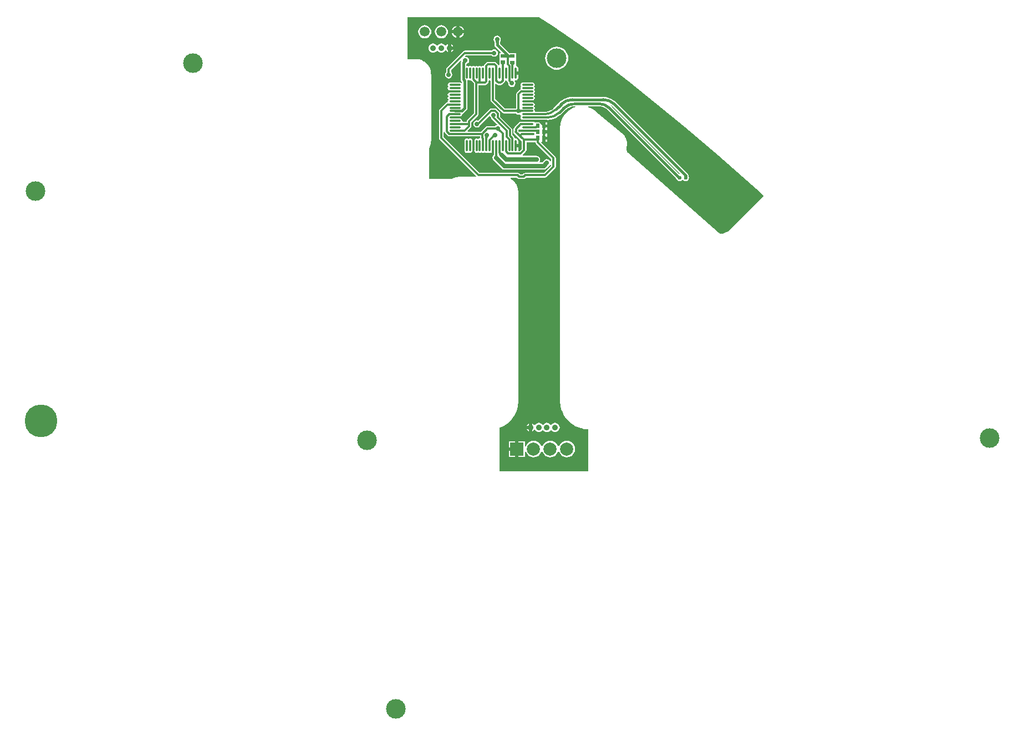
<source format=gtl>
G04*
G04 #@! TF.GenerationSoftware,Altium Limited,Altium Designer,18.1.7 (191)*
G04*
G04 Layer_Physical_Order=1*
G04 Layer_Color=255*
%FSLAX42Y42*%
%MOMM*%
G71*
G01*
G75*
%ADD28C,0.40*%
%ADD29C,0.30*%
%ADD30O,1.80X0.30*%
%ADD31O,0.30X1.80*%
%ADD32R,0.65X0.50*%
%ADD33R,0.50X0.65*%
%ADD34C,0.70*%
%ADD35C,3.00*%
%ADD36C,5.00*%
%ADD37C,2.00*%
%ADD38R,2.00X2.00*%
%ADD39C,1.50*%
%ADD40C,0.90*%
%ADD41C,0.60*%
%ADD42C,0.70*%
%ADD43C,0.40*%
G36*
X7994Y10706D02*
X7993Y10705D01*
X7992Y10703D01*
X7992Y10701D01*
X7991Y10699D01*
X7991Y10696D01*
X7990Y10690D01*
X7990Y10683D01*
X7950D01*
X7950Y10687D01*
X7949Y10696D01*
X7949Y10699D01*
X7948Y10701D01*
X7948Y10703D01*
X7947Y10705D01*
X7946Y10706D01*
X7946Y10708D01*
X7994D01*
X7994Y10706D01*
D02*
G37*
G36*
X8088Y10502D02*
X8089Y10501D01*
X8091Y10500D01*
X8094Y10500D01*
X8097Y10499D01*
X8107Y10498D01*
X8127Y10498D01*
Y10458D01*
X8120Y10458D01*
X8094Y10456D01*
X8091Y10456D01*
X8089Y10455D01*
X8088Y10454D01*
X8087Y10453D01*
Y10503D01*
X8088Y10502D01*
D02*
G37*
G36*
X8173Y10451D02*
X8172Y10452D01*
X8171Y10453D01*
X8170Y10454D01*
X8168Y10455D01*
X8165Y10456D01*
X8161Y10457D01*
X8157Y10457D01*
X8146Y10458D01*
X8140Y10458D01*
Y10498D01*
X8146Y10498D01*
X8172Y10500D01*
X8173Y10500D01*
Y10451D01*
D02*
G37*
G36*
X8082Y10357D02*
X8080Y10356D01*
X8077Y10355D01*
X8075Y10353D01*
X8074Y10350D01*
X8072Y10347D01*
X8071Y10343D01*
X8071Y10338D01*
X8070Y10333D01*
X8070Y10327D01*
X8040D01*
X8040Y10333D01*
X8039Y10338D01*
X8039Y10343D01*
X8038Y10347D01*
X8036Y10350D01*
X8035Y10353D01*
X8033Y10355D01*
X8030Y10356D01*
X8028Y10357D01*
X8025Y10358D01*
X8085D01*
X8082Y10357D01*
D02*
G37*
G36*
X8232Y10355D02*
X8230Y10354D01*
X8227Y10352D01*
X8225Y10350D01*
X8224Y10348D01*
X8222Y10344D01*
X8221Y10340D01*
X8221Y10336D01*
X8220Y10331D01*
X8220Y10325D01*
X8190D01*
X8190Y10331D01*
X8189Y10336D01*
X8189Y10340D01*
X8188Y10344D01*
X8186Y10348D01*
X8185Y10350D01*
X8183Y10352D01*
X8180Y10354D01*
X8178Y10355D01*
X8175Y10355D01*
X8235D01*
X8232Y10355D01*
D02*
G37*
G36*
X8790Y10950D02*
X8980Y10823D01*
X9283Y10611D01*
X9615Y10367D01*
X9979Y10086D01*
X10384Y9762D01*
X10840Y9385D01*
X11347Y8952D01*
X11928Y8443D01*
X12035Y8348D01*
X12035Y8335D01*
X11493Y7793D01*
X11479Y7790D01*
X11477Y7789D01*
X11473Y7788D01*
X11436Y7772D01*
X11436Y7772D01*
X11420Y7765D01*
X11406Y7762D01*
X11392Y7762D01*
X11378Y7765D01*
X11365Y7770D01*
X11352Y7780D01*
X9969Y8995D01*
X9957Y9007D01*
X9950Y9021D01*
X9945Y9036D01*
X9944Y9051D01*
X9947Y9070D01*
X9947Y9070D01*
X9947Y9071D01*
X9955Y9124D01*
X9954Y9128D01*
X9955Y9131D01*
X9950Y9175D01*
X9949Y9178D01*
X9948Y9181D01*
X9934Y9223D01*
X9933Y9225D01*
X9932Y9229D01*
X9909Y9266D01*
X9907Y9268D01*
X9905Y9271D01*
X9874Y9303D01*
X9873Y9304D01*
X9872Y9305D01*
X9474Y9636D01*
X9472Y9637D01*
X9471Y9638D01*
X9425Y9669D01*
X9422Y9671D01*
X9420Y9672D01*
X9368Y9695D01*
X9365Y9695D01*
X9362Y9696D01*
X9362Y9697D01*
X9363Y9709D01*
X9513D01*
X9515Y9710D01*
X9554Y9706D01*
X9595Y9693D01*
X9632Y9674D01*
X9662Y9648D01*
X9664Y9647D01*
X10709Y8601D01*
X10710Y8595D01*
X10721Y8579D01*
X10738Y8568D01*
X10757Y8564D01*
X10777Y8568D01*
X10794Y8579D01*
X10797Y8584D01*
X10809D01*
X10814Y8577D01*
X10830Y8566D01*
X10850Y8562D01*
X10870Y8566D01*
X10886Y8577D01*
X10897Y8593D01*
X10901Y8613D01*
X10897Y8632D01*
X10891Y8642D01*
Y8653D01*
X10888Y8668D01*
X10879Y8681D01*
X10879Y8681D01*
X9793Y9767D01*
X9793Y9767D01*
X9758Y9797D01*
X9719Y9821D01*
X9676Y9839D01*
X9631Y9850D01*
X9585Y9853D01*
Y9853D01*
X9123D01*
Y9853D01*
X9077Y9850D01*
X9032Y9839D01*
X8989Y9821D01*
X8949Y9797D01*
X8914Y9767D01*
X8914Y9767D01*
X8905Y9758D01*
X8838Y9690D01*
X8829Y9677D01*
X8829Y9676D01*
X8809Y9659D01*
X8771Y9639D01*
X8730Y9627D01*
X8689Y9623D01*
X8687Y9623D01*
X8556D01*
X8545Y9636D01*
X8546Y9637D01*
X8543Y9651D01*
X8535Y9662D01*
X8543Y9674D01*
X8546Y9687D01*
X8543Y9701D01*
X8535Y9712D01*
X8543Y9724D01*
X8546Y9737D01*
X8543Y9751D01*
X8535Y9762D01*
X8535Y9762D01*
X8535Y9762D01*
X8524Y9770D01*
X8510Y9773D01*
X8435D01*
Y9802D01*
X8510D01*
X8524Y9804D01*
X8535Y9812D01*
X8535Y9812D01*
X8535Y9812D01*
X8543Y9824D01*
X8546Y9837D01*
X8543Y9851D01*
X8535Y9862D01*
X8543Y9874D01*
X8546Y9887D01*
X8543Y9901D01*
X8535Y9912D01*
X8543Y9924D01*
X8546Y9937D01*
X8543Y9951D01*
X8535Y9962D01*
X8543Y9974D01*
X8546Y9987D01*
X8543Y10001D01*
X8535Y10012D01*
X8543Y10024D01*
X8546Y10037D01*
X8543Y10051D01*
X8535Y10062D01*
X8524Y10070D01*
X8510Y10073D01*
X8360D01*
X8346Y10070D01*
X8335Y10062D01*
X8327Y10051D01*
X8324Y10037D01*
X8327Y10024D01*
X8335Y10012D01*
X8327Y10001D01*
X8324Y9987D01*
X8327Y9974D01*
X8318Y9965D01*
X8314Y9962D01*
X8272Y9920D01*
X8265Y9909D01*
X8262Y9895D01*
Y9679D01*
X8258Y9677D01*
X8255Y9673D01*
X8088D01*
X7941Y9820D01*
Y10047D01*
X7952Y10052D01*
X7960Y10045D01*
X7971Y10037D01*
X7985Y10034D01*
X8025D01*
X8039Y10037D01*
X8050Y10045D01*
X8080Y10075D01*
X8088Y10086D01*
X8091Y10100D01*
X8103Y10107D01*
X8105Y10107D01*
X8107Y10107D01*
X8119Y10100D01*
X8122Y10086D01*
X8130Y10075D01*
X8140Y10064D01*
X8139Y10060D01*
X8143Y10038D01*
X8155Y10020D01*
X8174Y10008D01*
X8195Y10004D01*
X8216Y10008D01*
X8235Y10020D01*
X8247Y10038D01*
X8251Y10060D01*
X8247Y10081D01*
X8235Y10099D01*
X8241Y10109D01*
X8255Y10107D01*
X8269Y10109D01*
X8280Y10117D01*
X8288Y10129D01*
X8291Y10142D01*
Y10192D01*
X8255D01*
Y10242D01*
X8291D01*
Y10292D01*
X8288Y10306D01*
X8280Y10317D01*
X8269Y10325D01*
X8267Y10326D01*
X8257Y10335D01*
Y10425D01*
X8258Y10425D01*
Y10431D01*
X8257D01*
X8257Y10437D01*
Y10521D01*
X8173D01*
X8173Y10521D01*
X8172Y10521D01*
X8155D01*
X8011Y10665D01*
Y10692D01*
X8011Y10694D01*
X8011Y10695D01*
X8022Y10711D01*
X8026Y10732D01*
X8022Y10754D01*
X8010Y10772D01*
X7991Y10784D01*
X7970Y10789D01*
X7949Y10784D01*
X7930Y10772D01*
X7918Y10754D01*
X7914Y10732D01*
X7918Y10711D01*
X7929Y10695D01*
X7929Y10694D01*
X7929Y10691D01*
Y10648D01*
X7929Y10648D01*
X7932Y10632D01*
X7941Y10619D01*
X8026Y10535D01*
X8021Y10523D01*
X8003D01*
Y10440D01*
X8003Y10433D01*
X8002D01*
Y10427D01*
X8003D01*
Y10348D01*
X7990Y10336D01*
X7989Y10337D01*
X7988Y10337D01*
X7988Y10339D01*
X7980Y10350D01*
X7953Y10378D01*
X7941Y10385D01*
X7928Y10388D01*
X7828D01*
X7814Y10385D01*
X7802Y10378D01*
X7780Y10355D01*
X7772Y10344D01*
X7769Y10330D01*
X7757Y10328D01*
X7755Y10328D01*
X7741Y10325D01*
X7730Y10318D01*
X7719Y10325D01*
X7705Y10328D01*
X7691Y10325D01*
X7680Y10318D01*
X7669Y10325D01*
X7655Y10328D01*
X7641Y10325D01*
X7630Y10318D01*
X7619Y10325D01*
X7605Y10328D01*
X7591Y10325D01*
X7580Y10318D01*
X7569Y10325D01*
X7555Y10328D01*
X7541Y10325D01*
X7530Y10318D01*
X7519Y10325D01*
X7505Y10328D01*
X7496Y10335D01*
Y10356D01*
X7506Y10358D01*
X7525Y10370D01*
X7537Y10389D01*
X7541Y10410D01*
X7537Y10431D01*
X7525Y10450D01*
X7506Y10462D01*
X7485Y10466D01*
X7484Y10466D01*
X7478Y10478D01*
X7490Y10489D01*
X7883D01*
X7885Y10485D01*
X7904Y10473D01*
X7925Y10469D01*
X7946Y10473D01*
X7965Y10485D01*
X7977Y10504D01*
X7981Y10525D01*
X7977Y10546D01*
X7965Y10565D01*
X7946Y10577D01*
X7925Y10581D01*
X7904Y10577D01*
X7885Y10565D01*
X7883Y10561D01*
X7475D01*
X7461Y10558D01*
X7450Y10550D01*
X7205Y10305D01*
X7197Y10294D01*
X7194Y10280D01*
Y10235D01*
X7190Y10232D01*
X7178Y10214D01*
X7174Y10193D01*
X7178Y10171D01*
X7190Y10153D01*
X7209Y10141D01*
X7230Y10136D01*
X7251Y10141D01*
X7270Y10153D01*
X7282Y10171D01*
X7286Y10193D01*
X7282Y10214D01*
X7270Y10232D01*
X7266Y10235D01*
Y10265D01*
X7414Y10414D01*
X7424Y10406D01*
X7417Y10396D01*
X7414Y10380D01*
X7414Y10380D01*
Y10121D01*
X7414Y10121D01*
X7417Y10106D01*
X7426Y10093D01*
X7434Y10085D01*
Y10071D01*
X7433Y10070D01*
X7422Y10065D01*
X7414Y10070D01*
X7400Y10073D01*
X7250D01*
X7236Y10070D01*
X7225Y10062D01*
X7217Y10051D01*
X7214Y10037D01*
X7217Y10024D01*
X7225Y10012D01*
X7217Y10001D01*
X7214Y9987D01*
X7217Y9974D01*
X7225Y9962D01*
X7225Y9962D01*
X7225Y9962D01*
X7236Y9954D01*
X7250Y9952D01*
X7325D01*
Y9923D01*
X7250D01*
X7236Y9920D01*
X7225Y9912D01*
X7225Y9912D01*
X7225Y9912D01*
X7217Y9901D01*
X7214Y9887D01*
X7217Y9874D01*
X7225Y9862D01*
X7217Y9851D01*
X7214Y9837D01*
X7217Y9824D01*
X7225Y9812D01*
X7217Y9801D01*
X7214Y9787D01*
X7215Y9786D01*
X7212Y9773D01*
X7199Y9770D01*
X7187Y9762D01*
X7092Y9668D01*
X7085Y9656D01*
X7082Y9643D01*
Y9225D01*
X7085Y9211D01*
X7092Y9200D01*
X7650Y8642D01*
X7645Y8631D01*
X7395D01*
X7394Y8630D01*
X7392Y8630D01*
X7346Y8625D01*
X7342Y8624D01*
X7339Y8623D01*
X7295Y8608D01*
X7292Y8606D01*
X7289Y8604D01*
X7282Y8600D01*
X6930D01*
Y9068D01*
X6938Y9082D01*
X6939Y9085D01*
X6941Y9088D01*
X6954Y9129D01*
X6955Y9132D01*
X6956Y9135D01*
X6960Y9177D01*
X6960Y9179D01*
X6961Y9181D01*
Y10200D01*
X6960Y10202D01*
X6960Y10203D01*
X6955Y10248D01*
X6954Y10251D01*
X6954Y10255D01*
X6939Y10297D01*
X6937Y10300D01*
X6936Y10303D01*
X6912Y10341D01*
X6910Y10343D01*
X6908Y10346D01*
X6876Y10378D01*
X6873Y10380D01*
X6871Y10382D01*
X6833Y10406D01*
X6830Y10407D01*
X6827Y10409D01*
X6785Y10424D01*
X6781Y10424D01*
X6778Y10425D01*
X6733Y10430D01*
X6732Y10430D01*
X6730Y10431D01*
X6600D01*
Y11069D01*
X8604D01*
X8790Y10950D01*
D02*
G37*
G36*
X7869Y10096D02*
Y9805D01*
X7872Y9791D01*
X7880Y9780D01*
X8048Y9612D01*
X8059Y9604D01*
X8073Y9602D01*
X8255D01*
X8258Y9598D01*
X8276Y9585D01*
X8297Y9581D01*
X8319Y9585D01*
X8327Y9575D01*
X8327Y9574D01*
X8335Y9562D01*
X8327Y9551D01*
X8324Y9537D01*
X8327Y9524D01*
X8335Y9512D01*
X8335Y9512D01*
X8335Y9512D01*
X8346Y9504D01*
X8360Y9502D01*
X8435D01*
Y9473D01*
X8360D01*
X8360Y9473D01*
X8331D01*
X8320Y9471D01*
X8320Y9471D01*
X8318Y9470D01*
X8306Y9462D01*
X8233Y9389D01*
X8225Y9377D01*
X8222Y9364D01*
Y9333D01*
X8222Y9333D01*
X8219Y9319D01*
X8222Y9306D01*
X8230Y9294D01*
X8347Y9177D01*
Y9056D01*
X8314Y9023D01*
X8298D01*
X8291Y9032D01*
Y9082D01*
X8255D01*
Y9132D01*
X8291D01*
Y9182D01*
X8288Y9196D01*
X8280Y9207D01*
X8269Y9215D01*
X8255Y9218D01*
X8253Y9218D01*
X8241Y9221D01*
X8238Y9235D01*
X8230Y9246D01*
X8198Y9278D01*
Y9354D01*
X8196Y9367D01*
X8188Y9379D01*
X8016Y9551D01*
Y9602D01*
X8013Y9616D01*
X8005Y9627D01*
X7967Y9665D01*
X7956Y9673D01*
X7942Y9676D01*
X7880D01*
X7866Y9673D01*
X7855Y9665D01*
X7682Y9492D01*
X7662Y9496D01*
X7641Y9492D01*
X7623Y9480D01*
X7611Y9461D01*
X7606Y9440D01*
X7611Y9419D01*
X7623Y9400D01*
X7641Y9388D01*
X7662Y9384D01*
X7684Y9388D01*
X7702Y9400D01*
X7714Y9419D01*
X7716Y9425D01*
X7850Y9560D01*
X7863Y9556D01*
X7863Y9554D01*
X7875Y9535D01*
X7880Y9532D01*
X7882Y9524D01*
X7890Y9512D01*
X7969Y9433D01*
X7965Y9421D01*
X7958Y9420D01*
X7940Y9408D01*
X7937Y9404D01*
X7823D01*
X7810Y9401D01*
X7798Y9393D01*
X7728Y9323D01*
X7523D01*
X7519Y9335D01*
X7565Y9381D01*
X7573Y9393D01*
X7576Y9406D01*
Y9465D01*
X7678Y9567D01*
X7685Y9579D01*
X7688Y9592D01*
Y10034D01*
X7788D01*
X7801Y10037D01*
X7813Y10045D01*
X7830Y10062D01*
X7838Y10074D01*
X7841Y10088D01*
Y10096D01*
X7853Y10107D01*
X7855Y10107D01*
X7857Y10107D01*
X7869Y10096D01*
D02*
G37*
G36*
X8324Y9660D02*
X8327Y9658D01*
X8329Y9657D01*
X8331Y9656D01*
X8334Y9655D01*
X8337Y9654D01*
X8340Y9653D01*
X8343Y9653D01*
X8347Y9652D01*
X8350Y9652D01*
Y9622D01*
X8347Y9622D01*
X8343Y9622D01*
X8340Y9621D01*
X8337Y9621D01*
X8334Y9620D01*
X8331Y9619D01*
X8329Y9618D01*
X8327Y9616D01*
X8324Y9614D01*
X8322Y9613D01*
Y9662D01*
X8324Y9660D01*
D02*
G37*
G36*
X9160Y9709D02*
X9165D01*
X9167Y9697D01*
X9125Y9681D01*
X9122Y9680D01*
X9120Y9679D01*
X9071Y9650D01*
X9069Y9648D01*
X9066Y9647D01*
X9024Y9609D01*
X9022Y9607D01*
X9020Y9605D01*
X8986Y9561D01*
X8984Y9558D01*
X8982Y9556D01*
X8957Y9506D01*
X8956Y9503D01*
X8955Y9500D01*
X8939Y9446D01*
X8939Y9443D01*
X8938Y9440D01*
X8933Y9384D01*
X8933Y9383D01*
X8932Y9381D01*
Y5200D01*
X8933Y5199D01*
X8933Y5197D01*
X8939Y5128D01*
X8939Y5125D01*
X8940Y5123D01*
X8958Y5055D01*
X8959Y5053D01*
X8959Y5050D01*
X8989Y4987D01*
X8990Y4985D01*
X8992Y4982D01*
X9032Y4925D01*
X9033Y4923D01*
X9035Y4921D01*
X9084Y4872D01*
X9086Y4870D01*
X9088Y4869D01*
X9145Y4829D01*
X9148Y4827D01*
X9150Y4826D01*
X9213Y4796D01*
X9216Y4796D01*
X9218Y4795D01*
X9286Y4777D01*
X9288Y4776D01*
X9291Y4776D01*
X9360Y4770D01*
X9360Y4131D01*
X8008D01*
Y4795D01*
X8010Y4796D01*
X8013Y4796D01*
X8076Y4826D01*
X8078Y4827D01*
X8081Y4829D01*
X8138Y4869D01*
X8139Y4870D01*
X8142Y4872D01*
X8191Y4921D01*
X8193Y4923D01*
X8194Y4925D01*
X8234Y4982D01*
X8236Y4985D01*
X8237Y4987D01*
X8267Y5050D01*
X8267Y5053D01*
X8268Y5055D01*
X8286Y5123D01*
X8287Y5125D01*
X8287Y5128D01*
X8293Y5197D01*
X8293Y5199D01*
X8294Y5200D01*
Y8400D01*
X8293Y8402D01*
X8293Y8403D01*
X8288Y8448D01*
X8287Y8451D01*
X8287Y8455D01*
X8272Y8497D01*
X8270Y8500D01*
X8269Y8503D01*
X8245Y8541D01*
X8243Y8543D01*
X8241Y8546D01*
X8209Y8578D01*
X8206Y8580D01*
X8204Y8582D01*
X8166Y8606D01*
X8165Y8607D01*
X8172Y8619D01*
X8270D01*
X8280Y8610D01*
X8291Y8602D01*
X8305Y8599D01*
X8377D01*
X8391Y8602D01*
X8402Y8610D01*
X8412Y8619D01*
X8700D01*
X8714Y8622D01*
X8725Y8630D01*
X8855Y8760D01*
X8863Y8771D01*
X8866Y8785D01*
Y8919D01*
X8863Y8933D01*
X8855Y8945D01*
X8643Y9157D01*
X8648Y9170D01*
X8660D01*
Y9222D01*
X8685D01*
Y9247D01*
X8731D01*
Y9263D01*
Y9291D01*
X8685D01*
Y9341D01*
X8731D01*
Y9356D01*
Y9383D01*
X8685D01*
Y9408D01*
X8673D01*
X8661Y9395D01*
X8663Y9397D01*
X8663Y9400D01*
X8663Y9403D01*
X8662Y9407D01*
X8662Y9408D01*
X8660D01*
Y9411D01*
X8658Y9415D01*
X8655Y9420D01*
X8650Y9425D01*
X8640Y9437D01*
X8657Y9461D01*
X8647D01*
X8640Y9461D01*
X8628Y9461D01*
X8550D01*
X8542Y9473D01*
X8543Y9474D01*
X8546Y9487D01*
X8545Y9489D01*
X8556Y9502D01*
X8737D01*
Y9501D01*
X8782Y9505D01*
X8827Y9515D01*
X8869Y9533D01*
X8907Y9557D01*
X8926Y9573D01*
X8932Y9574D01*
X8945Y9583D01*
X9009Y9647D01*
X9009Y9647D01*
X9019Y9655D01*
X9041Y9674D01*
X9078Y9693D01*
X9119Y9706D01*
X9158Y9710D01*
X9160Y9709D01*
D02*
G37*
G36*
X7541Y10109D02*
X7555Y10107D01*
X7569Y10109D01*
X7577Y10099D01*
X7580Y10095D01*
X7617Y10058D01*
Y9607D01*
X7515Y9505D01*
X7507Y9493D01*
X7504Y9480D01*
Y9473D01*
X7470D01*
X7470Y9473D01*
X7446D01*
X7435Y9486D01*
X7436Y9487D01*
X7433Y9501D01*
X7425Y9512D01*
X7425Y9512D01*
X7425Y9512D01*
X7414Y9520D01*
X7400Y9523D01*
X7325D01*
Y9552D01*
X7400D01*
X7414Y9554D01*
X7425Y9562D01*
X7425Y9562D01*
X7425Y9562D01*
X7433Y9574D01*
X7436Y9587D01*
X7435Y9590D01*
X7446Y9600D01*
X7459Y9608D01*
X7504Y9653D01*
X7504Y9653D01*
X7513Y9667D01*
X7516Y9682D01*
X7516Y9682D01*
Y10101D01*
X7514Y10108D01*
X7519Y10109D01*
X7530Y10117D01*
X7541Y10109D01*
D02*
G37*
G36*
X8565Y9376D02*
X8565Y9375D01*
X8564Y9375D01*
X8562Y9374D01*
X8560Y9374D01*
X8557Y9373D01*
X8550Y9373D01*
X8541Y9372D01*
X8535Y9372D01*
Y9402D01*
X8541Y9402D01*
X8546Y9403D01*
X8550Y9404D01*
X8554Y9405D01*
X8557Y9406D01*
X8560Y9408D01*
X8562Y9410D01*
X8564Y9412D01*
X8565Y9414D01*
X8565Y9417D01*
X8565Y9376D01*
D02*
G37*
G36*
X8701D02*
X8710D01*
X8708Y9376D01*
X8707Y9375D01*
X8705Y9373D01*
X8704Y9371D01*
X8703Y9369D01*
X8702Y9365D01*
X8701Y9362D01*
X8702Y9359D01*
X8703Y9356D01*
X8704Y9353D01*
X8705Y9351D01*
X8707Y9349D01*
X8708Y9348D01*
X8710Y9348D01*
X8701D01*
X8700Y9346D01*
X8671D01*
X8670Y9348D01*
X8661D01*
X8663Y9348D01*
X8664Y9349D01*
X8666Y9351D01*
X8667Y9353D01*
X8668Y9356D01*
X8669Y9359D01*
X8670Y9362D01*
X8669Y9365D01*
X8668Y9369D01*
X8667Y9371D01*
X8666Y9373D01*
X8664Y9375D01*
X8663Y9376D01*
X8661Y9376D01*
X8670D01*
X8671Y9378D01*
X8700D01*
X8701Y9376D01*
D02*
G37*
G36*
X8015Y9365D02*
X8015Y9362D01*
X8016Y9360D01*
X8017Y9357D01*
X8018Y9354D01*
X8019Y9352D01*
X8021Y9349D01*
X8023Y9347D01*
X8025Y9344D01*
X8027Y9341D01*
X8006Y9320D01*
X8004Y9323D01*
X8001Y9325D01*
X7998Y9327D01*
X7996Y9328D01*
X7993Y9330D01*
X7990Y9331D01*
X7988Y9332D01*
X7985Y9332D01*
X7983Y9333D01*
X7980Y9333D01*
X8015Y9368D01*
X8015Y9365D01*
D02*
G37*
G36*
X8565Y9348D02*
X8565Y9307D01*
X8565Y9310D01*
X8564Y9313D01*
X8562Y9315D01*
X8560Y9317D01*
X8557Y9318D01*
X8554Y9320D01*
X8550Y9321D01*
X8546Y9322D01*
X8541Y9322D01*
X8535Y9322D01*
Y9352D01*
X8565Y9348D01*
D02*
G37*
G36*
X8701Y9284D02*
X8710D01*
X8708Y9283D01*
X8707Y9282D01*
X8705Y9281D01*
X8704Y9279D01*
X8703Y9276D01*
X8702Y9273D01*
X8701Y9269D01*
X8702Y9265D01*
X8703Y9262D01*
X8704Y9259D01*
X8705Y9257D01*
X8707Y9256D01*
X8708Y9255D01*
X8710Y9255D01*
X8701D01*
X8700Y9254D01*
X8671D01*
X8670Y9255D01*
X8661D01*
X8663Y9255D01*
X8664Y9256D01*
X8666Y9257D01*
X8667Y9259D01*
X8668Y9262D01*
X8669Y9265D01*
X8670Y9269D01*
X8669Y9273D01*
X8668Y9276D01*
X8667Y9279D01*
X8666Y9281D01*
X8664Y9282D01*
X8663Y9283D01*
X8661Y9284D01*
X8670D01*
X8671Y9285D01*
X8700D01*
X8701Y9284D01*
D02*
G37*
G36*
X7929Y9233D02*
X7926Y9233D01*
X7924Y9233D01*
X7921Y9233D01*
X7918Y9232D01*
X7916Y9232D01*
X7913Y9230D01*
X7911Y9229D01*
X7908Y9227D01*
X7905Y9225D01*
X7903Y9222D01*
X7886Y9248D01*
X7888Y9250D01*
X7892Y9255D01*
X7894Y9258D01*
X7896Y9260D01*
X7897Y9263D01*
X7898Y9265D01*
X7899Y9268D01*
X7900Y9271D01*
X7900Y9273D01*
X7929Y9233D01*
D02*
G37*
G36*
X7831Y9237D02*
X7829Y9236D01*
X7827Y9234D01*
X7826Y9232D01*
X7824Y9230D01*
X7823Y9228D01*
X7822Y9225D01*
X7821Y9222D01*
X7820Y9219D01*
X7820Y9216D01*
X7820Y9212D01*
X7790Y9223D01*
X7790Y9226D01*
X7789Y9236D01*
X7789Y9239D01*
X7787Y9245D01*
X7787Y9247D01*
X7786Y9249D01*
X7785Y9251D01*
X7831Y9237D01*
D02*
G37*
G36*
X7167Y9310D02*
X7175Y9298D01*
X7211Y9262D01*
X7223Y9254D01*
X7236Y9252D01*
X7707D01*
Y9230D01*
X7707Y9228D01*
X7697Y9216D01*
X7691Y9215D01*
X7680Y9208D01*
X7669Y9215D01*
X7655Y9218D01*
X7641Y9215D01*
X7630Y9208D01*
X7630Y9208D01*
X7630Y9207D01*
X7622Y9196D01*
X7619Y9182D01*
Y9107D01*
Y9032D01*
X7622Y9019D01*
X7630Y9007D01*
X7630Y9007D01*
X7630Y9007D01*
X7641Y8999D01*
X7655Y8997D01*
X7669Y8999D01*
X7680Y9007D01*
X7691Y8999D01*
X7705Y8997D01*
X7719Y8999D01*
X7730Y9007D01*
X7741Y8999D01*
X7755Y8997D01*
X7769Y8999D01*
X7780Y9007D01*
X7791Y8999D01*
X7805Y8997D01*
X7819Y8999D01*
X7830Y9007D01*
X7841Y8999D01*
X7855Y8997D01*
X7869Y8999D01*
X7880Y9007D01*
X7891Y8999D01*
X7905Y8997D01*
X7907Y8997D01*
X7919Y8986D01*
Y8965D01*
X7915Y8962D01*
X7903Y8944D01*
X7899Y8922D01*
X7903Y8901D01*
X7915Y8883D01*
X8040Y8758D01*
X8059Y8746D01*
X8080Y8741D01*
X8682D01*
X8704Y8746D01*
X8722Y8758D01*
X8770Y8806D01*
X8782Y8823D01*
X8783Y8823D01*
X8794Y8815D01*
Y8800D01*
X8685Y8691D01*
X8397D01*
X8383Y8688D01*
X8372Y8680D01*
X8362Y8671D01*
X8320D01*
X8310Y8680D01*
X8299Y8688D01*
X8285Y8691D01*
X7702D01*
X7153Y9240D01*
Y9314D01*
X7166Y9316D01*
X7167Y9310D01*
D02*
G37*
G36*
X8565Y9190D02*
X8565Y9189D01*
X8564Y9188D01*
X8562Y9186D01*
X8560Y9185D01*
X8557Y9185D01*
X8554Y9184D01*
X8550Y9183D01*
X8541Y9183D01*
X8535Y9183D01*
Y9213D01*
X8541Y9213D01*
X8546Y9213D01*
X8550Y9214D01*
X8554Y9215D01*
X8557Y9216D01*
X8560Y9218D01*
X8562Y9220D01*
X8564Y9222D01*
X8565Y9225D01*
X8565Y9228D01*
X8565Y9190D01*
D02*
G37*
G36*
X8612Y9190D02*
X8611Y9189D01*
X8609Y9188D01*
X8608Y9186D01*
X8607Y9183D01*
X8606Y9180D01*
X8605Y9176D01*
X8605Y9171D01*
X8604Y9160D01*
X8575D01*
X8574Y9166D01*
X8574Y9176D01*
X8573Y9180D01*
X8572Y9183D01*
X8571Y9186D01*
X8570Y9188D01*
X8568Y9189D01*
X8567Y9190D01*
X8565Y9190D01*
X8614D01*
X8612Y9190D01*
D02*
G37*
G36*
X8017Y9008D02*
X8019Y9006D01*
X8021Y9005D01*
X8023Y9004D01*
X8026Y9003D01*
X8028Y9002D01*
X8035Y9001D01*
X8039Y9000D01*
X8042Y9000D01*
X8003Y8961D01*
X8003Y8965D01*
X8001Y8975D01*
X8000Y8978D01*
X7999Y8980D01*
X7998Y8982D01*
X7997Y8984D01*
X7996Y8986D01*
X7994Y8988D01*
X8016Y9009D01*
X8017Y9008D01*
D02*
G37*
G36*
X8554Y9160D02*
X8557Y9146D01*
X8564Y9135D01*
X8794Y8905D01*
Y8875D01*
X8783Y8868D01*
X8782Y8868D01*
X8770Y8885D01*
X8752Y8897D01*
X8730Y8902D01*
X8709Y8897D01*
X8691Y8885D01*
X8659Y8854D01*
X8624D01*
X8617Y8866D01*
X8622Y8874D01*
X8626Y8895D01*
X8622Y8917D01*
X8610Y8935D01*
X8608Y8937D01*
X8589Y8949D01*
X8568Y8954D01*
X8363D01*
X8358Y8966D01*
X8408Y9016D01*
X8415Y9027D01*
X8418Y9041D01*
Y9162D01*
X8554D01*
Y9160D01*
D02*
G37*
G36*
X9735Y9711D02*
X9736Y9709D01*
X10757Y8687D01*
X10753Y8674D01*
X10752Y8674D01*
X9721Y9704D01*
X9721Y9705D01*
X9700Y9723D01*
X9708Y9733D01*
X9735Y9711D01*
D02*
G37*
%LPC*%
G36*
X7396Y10940D02*
Y10873D01*
X7464D01*
X7454Y10896D01*
X7439Y10916D01*
X7419Y10931D01*
X7396Y10940D01*
D02*
G37*
G36*
X7346D02*
X7324Y10931D01*
X7304Y10916D01*
X7289Y10896D01*
X7279Y10873D01*
X7346D01*
Y10940D01*
D02*
G37*
G36*
X7464Y10823D02*
X7396D01*
Y10755D01*
X7419Y10765D01*
X7439Y10780D01*
X7454Y10800D01*
X7464Y10823D01*
D02*
G37*
G36*
X7346D02*
X7279D01*
X7289Y10800D01*
X7304Y10780D01*
X7324Y10765D01*
X7346Y10755D01*
Y10823D01*
D02*
G37*
G36*
X7118Y10949D02*
X7091Y10945D01*
X7067Y10935D01*
X7046Y10919D01*
X7030Y10898D01*
X7020Y10874D01*
X7017Y10848D01*
X7020Y10822D01*
X7030Y10797D01*
X7046Y10777D01*
X7067Y10761D01*
X7091Y10750D01*
X7118Y10747D01*
X7144Y10750D01*
X7168Y10761D01*
X7189Y10777D01*
X7205Y10797D01*
X7215Y10822D01*
X7218Y10848D01*
X7215Y10874D01*
X7205Y10898D01*
X7189Y10919D01*
X7168Y10935D01*
X7144Y10945D01*
X7118Y10949D01*
D02*
G37*
G36*
X6864D02*
X6837Y10945D01*
X6813Y10935D01*
X6792Y10919D01*
X6776Y10898D01*
X6766Y10874D01*
X6763Y10848D01*
X6766Y10822D01*
X6776Y10797D01*
X6792Y10777D01*
X6813Y10761D01*
X6837Y10750D01*
X6864Y10747D01*
X6890Y10750D01*
X6914Y10761D01*
X6935Y10777D01*
X6951Y10797D01*
X6961Y10822D01*
X6964Y10848D01*
X6961Y10874D01*
X6951Y10898D01*
X6935Y10919D01*
X6914Y10935D01*
X6890Y10945D01*
X6864Y10949D01*
D02*
G37*
G36*
X7118Y10671D02*
X7099Y10668D01*
X7082Y10661D01*
X7068Y10650D01*
X7063Y10644D01*
X7047D01*
X7042Y10650D01*
X7028Y10661D01*
X7011Y10668D01*
X6993Y10671D01*
X6974Y10668D01*
X6957Y10661D01*
X6943Y10650D01*
X6931Y10635D01*
X6924Y10618D01*
X6922Y10600D01*
X6924Y10582D01*
X6931Y10565D01*
X6943Y10550D01*
X6957Y10539D01*
X6974Y10532D01*
X6993Y10529D01*
X7011Y10532D01*
X7028Y10539D01*
X7042Y10550D01*
X7047Y10556D01*
X7063D01*
X7068Y10550D01*
X7082Y10539D01*
X7099Y10532D01*
X7118Y10529D01*
X7136Y10532D01*
X7153Y10539D01*
X7167Y10550D01*
X7175Y10560D01*
X7188Y10562D01*
X7191Y10561D01*
X7196Y10554D01*
X7210Y10543D01*
X7218Y10540D01*
Y10600D01*
Y10660D01*
X7210Y10657D01*
X7196Y10646D01*
X7191Y10639D01*
X7188Y10638D01*
X7175Y10640D01*
X7167Y10650D01*
X7153Y10661D01*
X7136Y10668D01*
X7118Y10671D01*
D02*
G37*
G36*
X7268Y10660D02*
Y10625D01*
X7303D01*
X7299Y10633D01*
X7289Y10646D01*
X7275Y10657D01*
X7268Y10660D01*
D02*
G37*
G36*
X7303Y10575D02*
X7268D01*
Y10540D01*
X7275Y10543D01*
X7289Y10554D01*
X7299Y10567D01*
X7303Y10575D01*
D02*
G37*
G36*
X8880Y10619D02*
X8846Y10616D01*
X8813Y10606D01*
X8782Y10589D01*
X8756Y10568D01*
X8734Y10541D01*
X8718Y10511D01*
X8708Y10478D01*
X8704Y10443D01*
X8708Y10409D01*
X8718Y10376D01*
X8734Y10346D01*
X8756Y10319D01*
X8782Y10297D01*
X8813Y10281D01*
X8846Y10271D01*
X8880Y10267D01*
X8914Y10271D01*
X8947Y10281D01*
X8978Y10297D01*
X9004Y10319D01*
X9026Y10346D01*
X9042Y10376D01*
X9052Y10409D01*
X9056Y10443D01*
X9052Y10478D01*
X9042Y10511D01*
X9026Y10541D01*
X9004Y10568D01*
X8978Y10589D01*
X8947Y10606D01*
X8914Y10616D01*
X8880Y10619D01*
D02*
G37*
G36*
X8658Y9461D02*
X8660Y9459D01*
Y9461D01*
X8658D01*
D02*
G37*
G36*
X8710D02*
Y9433D01*
X8731D01*
Y9461D01*
X8710D01*
D02*
G37*
G36*
X8731Y9198D02*
X8710D01*
Y9170D01*
X8731D01*
Y9198D01*
D02*
G37*
G36*
X8855Y4871D02*
X8837Y4868D01*
X8820Y4861D01*
X8805Y4850D01*
X8801Y4844D01*
X8784D01*
X8780Y4850D01*
X8765Y4861D01*
X8748Y4868D01*
X8730Y4871D01*
X8712Y4868D01*
X8695Y4861D01*
X8680Y4850D01*
X8676Y4844D01*
X8659D01*
X8655Y4850D01*
X8640Y4861D01*
X8623Y4868D01*
X8605Y4871D01*
X8587Y4868D01*
X8570Y4861D01*
X8555Y4850D01*
X8547Y4840D01*
X8534Y4838D01*
X8532Y4839D01*
X8526Y4846D01*
X8513Y4857D01*
X8505Y4860D01*
Y4800D01*
Y4740D01*
X8513Y4743D01*
X8526Y4754D01*
X8532Y4761D01*
X8534Y4762D01*
X8547Y4760D01*
X8555Y4750D01*
X8570Y4739D01*
X8587Y4732D01*
X8605Y4729D01*
X8623Y4732D01*
X8640Y4739D01*
X8655Y4750D01*
X8659Y4756D01*
X8676D01*
X8680Y4750D01*
X8695Y4739D01*
X8712Y4732D01*
X8730Y4729D01*
X8748Y4732D01*
X8765Y4739D01*
X8780Y4750D01*
X8784Y4756D01*
X8801D01*
X8805Y4750D01*
X8820Y4739D01*
X8837Y4732D01*
X8855Y4729D01*
X8873Y4732D01*
X8890Y4739D01*
X8905Y4750D01*
X8916Y4765D01*
X8923Y4782D01*
X8926Y4800D01*
X8923Y4818D01*
X8916Y4835D01*
X8905Y4850D01*
X8890Y4861D01*
X8873Y4868D01*
X8855Y4871D01*
D02*
G37*
G36*
X8455Y4860D02*
X8447Y4857D01*
X8434Y4846D01*
X8423Y4833D01*
X8420Y4825D01*
X8455D01*
Y4860D01*
D02*
G37*
G36*
Y4775D02*
X8420D01*
X8423Y4767D01*
X8434Y4754D01*
X8447Y4743D01*
X8455Y4740D01*
Y4775D01*
D02*
G37*
G36*
X9034Y4596D02*
X9001Y4592D01*
X8971Y4579D01*
X8945Y4559D01*
X8925Y4533D01*
X8914Y4506D01*
X8914Y4506D01*
X8901D01*
X8900Y4506D01*
X8889Y4533D01*
X8869Y4559D01*
X8843Y4579D01*
X8813Y4592D01*
X8780Y4596D01*
X8747Y4592D01*
X8717Y4579D01*
X8691Y4559D01*
X8671Y4533D01*
X8660Y4506D01*
X8660Y4506D01*
X8646D01*
X8646Y4506D01*
X8635Y4533D01*
X8615Y4559D01*
X8589Y4579D01*
X8559Y4592D01*
X8526Y4596D01*
X8493Y4592D01*
X8463Y4579D01*
X8437Y4559D01*
X8417Y4533D01*
X8404Y4503D01*
X8392Y4505D01*
Y4590D01*
X8297D01*
Y4470D01*
Y4350D01*
X8392D01*
Y4435D01*
X8404Y4437D01*
X8417Y4407D01*
X8437Y4381D01*
X8463Y4361D01*
X8493Y4348D01*
X8526Y4344D01*
X8559Y4348D01*
X8589Y4361D01*
X8615Y4381D01*
X8635Y4407D01*
X8646Y4434D01*
X8646Y4434D01*
X8660D01*
X8660Y4434D01*
X8671Y4407D01*
X8691Y4381D01*
X8717Y4361D01*
X8747Y4348D01*
X8780Y4344D01*
X8813Y4348D01*
X8843Y4361D01*
X8869Y4381D01*
X8889Y4407D01*
X8900Y4434D01*
X8901Y4434D01*
X8914D01*
X8914Y4434D01*
X8925Y4407D01*
X8945Y4381D01*
X8971Y4361D01*
X9001Y4348D01*
X9034Y4344D01*
X9067Y4348D01*
X9097Y4361D01*
X9123Y4381D01*
X9143Y4407D01*
X9156Y4437D01*
X9160Y4470D01*
X9156Y4503D01*
X9143Y4533D01*
X9123Y4559D01*
X9097Y4579D01*
X9067Y4592D01*
X9034Y4596D01*
D02*
G37*
G36*
X8247Y4590D02*
X8152D01*
Y4495D01*
X8247D01*
Y4590D01*
D02*
G37*
G36*
Y4445D02*
X8152D01*
Y4350D01*
X8247D01*
Y4445D01*
D02*
G37*
G36*
X7555Y9218D02*
X7541Y9215D01*
X7530Y9208D01*
X7519Y9215D01*
X7505Y9218D01*
X7491Y9215D01*
X7480Y9207D01*
X7472Y9196D01*
X7469Y9182D01*
Y9032D01*
X7472Y9019D01*
X7480Y9007D01*
X7491Y8999D01*
X7505Y8997D01*
X7519Y8999D01*
X7530Y9007D01*
X7541Y8999D01*
X7555Y8997D01*
X7569Y8999D01*
X7580Y9007D01*
X7580Y9007D01*
X7580Y9007D01*
X7588Y9019D01*
X7591Y9032D01*
Y9107D01*
Y9182D01*
X7588Y9196D01*
X7580Y9207D01*
X7580Y9208D01*
X7580Y9208D01*
X7569Y9215D01*
X7555Y9218D01*
D02*
G37*
%LPD*%
D28*
X9692Y9676D02*
G03*
X9513Y9750I-180J-180D01*
G01*
X9160D02*
G03*
X8981Y9676I0J-254D01*
G01*
X9764Y9738D02*
G03*
X9585Y9812I-180J-180D01*
G01*
X9123D02*
G03*
X8943Y9738I0J-254D01*
G01*
X9692Y9676D02*
X10751Y8617D01*
X9160Y9750D02*
X9513D01*
X8917Y9612D02*
X8981Y9676D01*
X7970Y10648D02*
X8140Y10478D01*
X9764Y9738D02*
X10850Y8653D01*
X9123Y9812D02*
X9585D01*
X8867Y9662D02*
X8943Y9738D01*
X10850Y8613D02*
Y8653D01*
X7455Y10121D02*
Y10380D01*
Y10121D02*
X7475Y10101D01*
Y9682D02*
Y10101D01*
X7970Y10648D02*
Y10732D01*
X8055Y10478D02*
X8135D01*
X8140D02*
X8203D01*
X8205Y10475D01*
X7455Y10380D02*
X7485Y10410D01*
X7430Y9637D02*
X7475Y9682D01*
X7325Y9637D02*
X7430D01*
D29*
X8737Y9537D02*
G03*
X8917Y9612I0J254D01*
G01*
X8687Y9587D02*
G03*
X8867Y9662I0J254D01*
G01*
X8435Y9537D02*
X8737D01*
X7755Y9107D02*
Y9216D01*
X7743Y9229D02*
Y9287D01*
Y9229D02*
X7755Y9216D01*
X7743Y9287D02*
X7823Y9368D01*
X7325Y9287D02*
X7743D01*
X8382Y9198D02*
X8589D01*
X7653Y10072D02*
X7655Y10070D01*
X7605Y10120D02*
X7653Y10072D01*
Y10072D01*
Y9592D02*
Y10072D01*
X7540Y9437D02*
Y9480D01*
Y9406D02*
Y9437D01*
X8435Y9587D02*
X8687D01*
X7540Y9480D02*
X7653Y9592D01*
X7878Y8973D02*
X7905Y9000D01*
Y9107D01*
X8205D02*
Y9221D01*
X8163Y9264D02*
X8205Y9221D01*
X8163Y9264D02*
Y9354D01*
X7980Y9536D02*
X8163Y9354D01*
X7980Y9536D02*
Y9602D01*
X8155Y9107D02*
Y9202D01*
X8118Y9240D02*
X8155Y9202D01*
X8118Y9240D02*
Y9335D01*
X7915Y9538D02*
X8118Y9335D01*
X8258Y9364D02*
X8331Y9437D01*
X8258Y9322D02*
Y9364D01*
X8255Y9319D02*
X8258Y9322D01*
X7475Y10525D02*
X7925D01*
X7230Y10280D02*
X7475Y10525D01*
X7230Y10193D02*
Y10280D01*
X8308Y9337D02*
X8435D01*
X8331Y9437D02*
X8435D01*
X8255Y9319D02*
X8377Y9198D01*
X8382D01*
X8347Y9287D02*
X8435D01*
X8320Y9260D02*
X8347Y9287D01*
X8589Y9160D02*
Y9198D01*
X8382Y9041D02*
Y9198D01*
X7200Y9324D02*
Y9551D01*
X7236Y9287D02*
X7325D01*
X7200Y9324D02*
X7236Y9287D01*
Y9587D02*
X7325D01*
X7200Y9551D02*
X7236Y9587D01*
X7955Y8922D02*
Y9107D01*
X8005Y8998D02*
X8038Y8965D01*
X8005Y8998D02*
Y9107D01*
X8105Y9019D02*
X8136Y8987D01*
X8105Y9019D02*
Y9107D01*
X8328Y8987D02*
X8382Y9041D01*
X8236Y8987D02*
X8328D01*
X8174Y8988D02*
X8186D01*
X8174Y8987D02*
X8174Y8988D01*
X8136Y8987D02*
X8174D01*
X8224Y8988D02*
X8236D01*
X8224Y8987D02*
X8224Y8988D01*
X8186Y8987D02*
X8224D01*
X8186Y8988D02*
X8186Y8987D01*
X8236Y8988D02*
X8236Y8987D01*
X7212Y9737D02*
X7325D01*
X7118Y9643D02*
X7212Y9737D01*
X7118Y9225D02*
Y9643D01*
X7688Y8655D02*
X8285D01*
X7118Y9225D02*
X7688Y8655D01*
X8377Y8635D02*
X8397Y8655D01*
X8700D01*
X8305Y8635D02*
X8377D01*
X8285Y8655D02*
X8305Y8635D01*
X8830Y8785D02*
Y8919D01*
X8700Y8655D02*
X8830Y8785D01*
X8589Y9160D02*
X8830Y8919D01*
X7471Y9337D02*
X7540Y9406D01*
X7375Y9337D02*
X7471D01*
X7470Y9437D02*
X7540D01*
X7808Y9268D02*
X7815D01*
X7927Y9268D02*
X7935D01*
X7855Y9196D02*
X7927Y9268D01*
X7470Y9437D02*
Y9437D01*
X7375D02*
X7470D01*
X7823Y9368D02*
X7980D01*
X7805Y9265D02*
X7808Y9268D01*
X8297Y9637D02*
Y9895D01*
X8340Y9937D01*
X8435D01*
X8297Y9637D02*
X8435D01*
X8073D02*
X8297D01*
X7905Y9805D02*
X8073Y9637D01*
X7905Y9805D02*
Y10217D01*
X7980Y9368D02*
X8055Y9293D01*
Y9107D02*
Y9293D01*
X7928Y10353D02*
X7955Y10325D01*
X7828Y10353D02*
X7928D01*
X7805Y10330D02*
X7828Y10353D01*
X7955Y10217D02*
Y10325D01*
X7805Y10217D02*
Y10330D01*
X7705Y10070D02*
X7788D01*
X7985D02*
X8025D01*
X7955Y10100D02*
X7985Y10070D01*
X7955Y10100D02*
Y10217D01*
X8686Y9408D02*
Y9412D01*
X8611Y9487D02*
X8686Y9412D01*
X8435Y9487D02*
X8611D01*
X8686Y9316D02*
Y9408D01*
Y9222D02*
Y9316D01*
X8568Y9337D02*
X8589Y9316D01*
X8435Y9337D02*
X8568D01*
X8568Y9387D02*
X8589Y9408D01*
X8435Y9387D02*
X8568D01*
X8435Y9287D02*
X8522D01*
X8135Y10350D02*
Y10478D01*
Y10350D02*
X8155Y10330D01*
Y10217D02*
Y10330D01*
X8205Y10217D02*
Y10379D01*
X8055Y10217D02*
Y10382D01*
X8155Y10100D02*
X8195Y10060D01*
X8435Y9437D02*
Y9437D01*
X7680Y9440D02*
X7880Y9640D01*
X7662Y9440D02*
X7680D01*
X7915Y9538D02*
Y9575D01*
X7942Y9640D02*
X7980Y9602D01*
X7880Y9640D02*
X7942D01*
X7805Y10088D02*
Y10217D01*
X7788Y10070D02*
X7805Y10088D01*
X8025Y10070D02*
X8055Y10100D01*
Y10217D01*
X7655Y10070D02*
X7705D01*
Y10217D01*
X7605Y10120D02*
Y10217D01*
X8155Y10100D02*
Y10217D01*
X7855Y9107D02*
Y9196D01*
X7805Y9107D02*
Y9265D01*
D30*
X7325Y10037D02*
D03*
Y9987D02*
D03*
Y9937D02*
D03*
Y9887D02*
D03*
Y9837D02*
D03*
Y9787D02*
D03*
Y9737D02*
D03*
Y9687D02*
D03*
Y9637D02*
D03*
Y9587D02*
D03*
Y9537D02*
D03*
Y9487D02*
D03*
Y9437D02*
D03*
Y9387D02*
D03*
Y9337D02*
D03*
Y9287D02*
D03*
X8435D02*
D03*
Y9337D02*
D03*
Y9387D02*
D03*
Y9437D02*
D03*
Y9487D02*
D03*
Y9537D02*
D03*
Y9587D02*
D03*
Y9637D02*
D03*
Y9687D02*
D03*
Y9737D02*
D03*
Y9787D02*
D03*
Y9837D02*
D03*
Y9887D02*
D03*
Y9937D02*
D03*
Y9987D02*
D03*
Y10037D02*
D03*
D31*
X7505Y9107D02*
D03*
X7555D02*
D03*
X7605D02*
D03*
X7655D02*
D03*
X7705D02*
D03*
X7755D02*
D03*
X7805D02*
D03*
X7855D02*
D03*
X7905D02*
D03*
X7955D02*
D03*
X8005D02*
D03*
X8055D02*
D03*
X8105D02*
D03*
X8155D02*
D03*
X8205D02*
D03*
X8255D02*
D03*
Y10217D02*
D03*
X8205D02*
D03*
X8155D02*
D03*
X8105D02*
D03*
X8055D02*
D03*
X8005D02*
D03*
X7955D02*
D03*
X7905D02*
D03*
X7855D02*
D03*
X7805D02*
D03*
X7755D02*
D03*
X7705D02*
D03*
X7655D02*
D03*
X7605D02*
D03*
X7555D02*
D03*
X7505D02*
D03*
D32*
X8205Y10379D02*
D03*
Y10475D02*
D03*
X8055Y10382D02*
D03*
Y10478D02*
D03*
D33*
X8589Y9408D02*
D03*
X8686D02*
D03*
Y9316D02*
D03*
X8589D02*
D03*
X8686Y9222D02*
D03*
X8589D02*
D03*
D34*
X8106Y8897D02*
X8568D01*
X8570Y8895D01*
X8080Y8797D02*
X8682D01*
X7955Y8922D02*
X8080Y8797D01*
X8682D02*
X8730Y8845D01*
X8038Y8965D02*
X8106Y8897D01*
D35*
X5980Y4600D02*
D03*
X6420Y500D02*
D03*
X921Y8413D02*
D03*
X3327Y10368D02*
D03*
X8880Y10443D02*
D03*
X15491Y4635D02*
D03*
D36*
X1000Y4900D02*
D03*
D37*
X8780Y4470D02*
D03*
X8526D02*
D03*
X9034D02*
D03*
D38*
X8272D02*
D03*
D39*
X6864Y10848D02*
D03*
X7371D02*
D03*
X7118D02*
D03*
D40*
X8605Y4800D02*
D03*
X8480D02*
D03*
X8730D02*
D03*
X8855D02*
D03*
X7118Y10600D02*
D03*
X6993D02*
D03*
X7243D02*
D03*
D41*
X11700Y8400D02*
D03*
X11400D02*
D03*
X11550Y8100D02*
D03*
X11400Y7800D02*
D03*
X11100Y8400D02*
D03*
X11250Y8100D02*
D03*
X10800Y8400D02*
D03*
X10500Y9600D02*
D03*
X10650Y9300D02*
D03*
X10200Y9600D02*
D03*
X10350Y9300D02*
D03*
X10050Y9900D02*
D03*
X9600Y10200D02*
D03*
X9750Y9900D02*
D03*
X9300Y10200D02*
D03*
X9450Y9900D02*
D03*
X9300Y4200D02*
D03*
X9150Y10500D02*
D03*
Y9900D02*
D03*
X9000Y4800D02*
D03*
Y4200D02*
D03*
X8700Y10800D02*
D03*
Y4200D02*
D03*
X8400Y10800D02*
D03*
Y8400D02*
D03*
Y7800D02*
D03*
Y7200D02*
D03*
Y6600D02*
D03*
Y6000D02*
D03*
Y5400D02*
D03*
Y4200D02*
D03*
X8100Y4800D02*
D03*
Y4200D02*
D03*
X7800Y10800D02*
D03*
X7500D02*
D03*
X7350Y10500D02*
D03*
X7200Y9000D02*
D03*
X7350Y8700D02*
D03*
X7050Y9900D02*
D03*
Y9300D02*
D03*
Y8700D02*
D03*
X7568Y9943D02*
D03*
X8129Y9843D02*
D03*
X7793Y9943D02*
D03*
X8557Y9080D02*
D03*
X6752Y10556D02*
D03*
X8245Y9480D02*
D03*
X8637Y9762D02*
D03*
X7339Y9138D02*
D03*
X7622Y8866D02*
D03*
X10850Y8613D02*
D03*
X10757Y8615D02*
D03*
D42*
X8570Y8895D02*
D03*
X7815Y9268D02*
D03*
X7935Y9268D02*
D03*
X8297Y9637D02*
D03*
X7980Y9368D02*
D03*
X7970Y10732D02*
D03*
X8195Y10060D02*
D03*
X7485Y10410D02*
D03*
X7915Y9575D02*
D03*
X7662Y9440D02*
D03*
X7925Y10525D02*
D03*
X7230Y10193D02*
D03*
X8730Y8845D02*
D03*
D43*
X8308Y9337D02*
D03*
M02*

</source>
